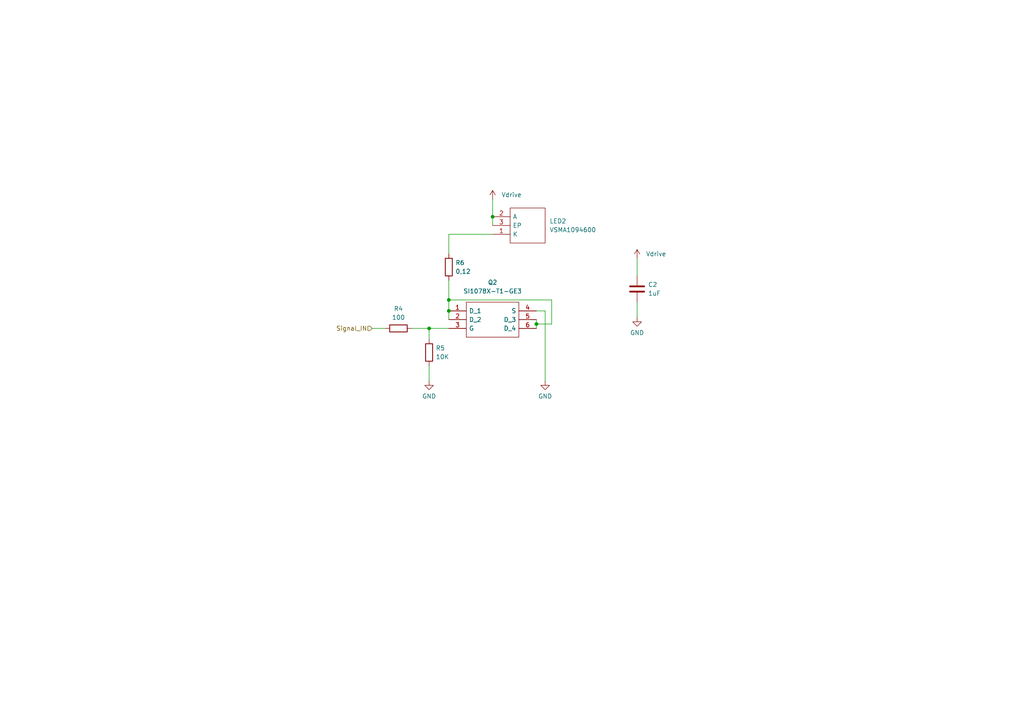
<source format=kicad_sch>
(kicad_sch (version 20211123) (generator eeschema)
  (paper "A4")
  (lib_symbols
    (symbol "Device:C" (pin_numbers hide) (pin_names (offset 0.254))
      (property "Reference" "C" (at 0.635 2.54 0))
      (property "Value" "C" (at 0.635 -2.54 0))
      (symbol "C_0_1"
        (polyline (pts (xy -2.032 -0.762) (xy 2.032 -0.762)) (stroke (width 0.508)))
        (polyline (pts (xy -2.032 0.762) (xy 2.032 0.762)) (stroke (width 0.508)))
      )
      (symbol "C_1_1"
        (pin passive line (at 0 3.81 270) (length 2.794) (name "~") (number "1"))
        (pin passive line (at 0 -3.81 90) (length 2.794) (name "~") (number "2"))
      )
    )
    (symbol "Device:R" (pin_numbers hide) (pin_names (offset 0))
      (property "Reference" "R" (at 2.032 0 90))
      (property "Value" "R" (at 0 0 90))
      (symbol "R_0_1"
        (rectangle (start -1.016 -2.54) (end 1.016 2.54) (stroke (width 0.254)))
      )
      (symbol "R_1_1"
        (pin passive line (at 0 3.81 270) (length 1.27) (name "~") (number "1"))
        (pin passive line (at 0 -3.81 90) (length 1.27) (name "~") (number "2"))
      )
    )
    (symbol "SI1078X-T1-GE3:SI1078X-T1-GE3" (pin_names (offset 0.762))
      (property "Reference" "Q" (at 21.59 7.62 0))
      (property "Value" "SI1078X-T1-GE3" (at 21.59 5.08 0))
      (symbol "SI1078X-T1-GE3_0_0"
        (pin passive line (at 0 0 0) (length 5.08) (name "D_1") (number "1"))
        (pin passive line (at 0 -2.54 0) (length 5.08) (name "D_2") (number "2"))
        (pin passive line (at 0 -5.08 0) (length 5.08) (name "G") (number "3"))
        (pin passive line (at 25.4 0 180) (length 5.08) (name "S") (number "4"))
        (pin passive line (at 25.4 -2.54 180) (length 5.08) (name "D_3") (number "5"))
        (pin passive line (at 25.4 -5.08 180) (length 5.08) (name "D_4") (number "6"))
      )
      (symbol "SI1078X-T1-GE3_0_1"
        (polyline (pts (xy 5.08 2.54) (xy 20.32 2.54) (xy 20.32 -7.62) (xy 5.08 -7.62) (xy 5.08 2.54)) (stroke (width 0.1524)))
      )
    )
    (symbol "VSMA1094600:VSMA1094600" (pin_names (offset 0.762))
      (property "Reference" "LED" (at 16.51 7.62 0))
      (property "Value" "VSMA1094600" (at 16.51 5.08 0))
      (symbol "VSMA1094600_0_0"
        (pin passive line (at 0 -5.08 0) (length 5.08) (name "K") (number "1"))
        (pin passive line (at 0 0 0) (length 5.08) (name "A") (number "2"))
        (pin passive line (at 0 -2.54 0) (length 5.08) (name "EP") (number "3"))
      )
      (symbol "VSMA1094600_0_1"
        (polyline (pts (xy 5.08 2.54) (xy 15.24 2.54) (xy 15.24 -7.62) (xy 5.08 -7.62) (xy 5.08 2.54)) (stroke (width 0.1524)))
      )
    )
    (symbol "power:GND" (power) (pin_names (offset 0))
      (property "Value" "GND" (at 0 -3.81 0))
      (symbol "GND_0_1"
        (polyline (pts (xy 0 0) (xy 0 -1.27) (xy 1.27 -1.27) (xy 0 -2.54) (xy -1.27 -1.27) (xy 0 -1.27)))
      )
      (symbol "GND_1_1"
        (pin power_in line (at 0 0 270) (length 0) hide (name "GND") (number "1"))
      )
    )
    (symbol "power:Vdrive" (power) (pin_names (offset 0))
      (property "Value" "Vdrive" (at 0 3.81 0))
      (symbol "Vdrive_0_1"
        (polyline (pts (xy -0.762 1.27) (xy 0 2.54)))
        (polyline (pts (xy 0 0) (xy 0 2.54)))
        (polyline (pts (xy 0 2.54) (xy 0.762 1.27)))
      )
      (symbol "Vdrive_1_1"
        (pin power_in line (at 0 0 90) (length 0) hide (name "Vdrive") (number "1"))
      )
    )
  )
  (junction (at 130.175 86.995))
  (junction (at 130.175 90.17))
  (junction (at 124.46 95.25))
  (junction (at 142.875 62.865))
  (junction (at 155.575 93.98))
  (wire (pts (xy 184.785 92.075) (xy 184.785 87.63)))
  (wire (pts (xy 130.175 86.995) (xy 130.175 90.17)))
  (wire (pts (xy 142.875 62.865) (xy 142.875 65.405)))
  (wire (pts (xy 155.575 92.71) (xy 155.575 93.98)))
  (wire (pts (xy 124.46 110.49) (xy 124.46 106.045)))
  (wire (pts (xy 119.38 95.25) (xy 124.46 95.25)))
  (wire (pts (xy 142.875 67.945) (xy 130.175 67.945)))
  (wire (pts (xy 130.175 90.17) (xy 130.175 92.71)))
  (wire (pts (xy 155.575 90.17) (xy 158.115 90.17)))
  (wire (pts (xy 184.785 74.93) (xy 184.785 80.01)))
  (wire (pts (xy 160.02 86.995) (xy 130.175 86.995)))
  (wire (pts (xy 124.46 95.25) (xy 130.175 95.25)))
  (wire (pts (xy 130.175 67.945) (xy 130.175 73.66)))
  (wire (pts (xy 124.46 95.25) (xy 124.46 98.425)))
  (wire (pts (xy 130.175 81.28) (xy 130.175 86.995)))
  (wire (pts (xy 158.115 90.17) (xy 158.115 110.49)))
  (wire (pts (xy 155.575 93.98) (xy 160.02 93.98)))
  (wire (pts (xy 142.875 57.785) (xy 142.875 62.865)))
  (wire (pts (xy 155.575 93.98) (xy 155.575 95.25)))
  (wire (pts (xy 107.95 95.25) (xy 111.76 95.25)))
  (wire (pts (xy 160.02 93.98) (xy 160.02 86.995)))
  (hierarchical_label "Signal_IN" (shape input) (at 107.95 95.25 180))
  (symbol (lib_id "power:Vdrive") (at 184.785 74.93 0) (unit 1)
    (property "Reference" "#PWR020" (effects hide))
    (property "Value" "Vdrive" (at 187.325 73.6599 0) (effects (justify left)))
  )
  (symbol (lib_id "Device:R") (at 124.46 102.235 0) (unit 1)
    (property "Reference" "R5" (at 126.365 100.9649 0) (effects (justify left)))
    (property "Value" "10K" (at 126.365 103.5049 0) (effects (justify left)))
    (property "Footprint" "Resistor_SMD:R_0603_1608Metric" (effects hide))
  )
  (symbol (lib_id "power:GND") (at 184.785 92.075 0) (unit 1)
    (property "Reference" "#PWR021" (effects hide))
    (property "Value" "GND" (at 184.785 96.52 0))
  )
  (symbol (lib_id "power:Vdrive") (at 142.875 57.785 0) (unit 1)
    (property "Reference" "#PWR018" (effects hide))
    (property "Value" "Vdrive" (at 145.415 56.5149 0) (effects (justify left)))
  )
  (symbol (lib_id "power:GND") (at 124.46 110.49 0) (unit 1)
    (property "Reference" "#PWR017" (effects hide))
    (property "Value" "GND" (at 124.46 114.935 0))
  )
  (symbol (lib_id "power:GND") (at 158.115 110.49 0) (unit 1)
    (property "Reference" "#PWR019" (effects hide))
    (property "Value" "GND" (at 158.115 114.935 0))
  )
  (symbol (lib_id "Device:R") (at 115.57 95.25 90) (unit 1)
    (property "Reference" "R4" (at 115.57 89.535 90))
    (property "Value" "100" (at 115.57 92.075 90))
    (property "Footprint" "Resistor_SMD:R_0603_1608Metric" (effects hide))
  )
  (symbol (lib_id "Device:C") (at 184.785 83.82 0) (unit 1)
    (property "Reference" "C2" (at 187.96 82.5499 0) (effects (justify left)))
    (property "Value" "1uF" (at 187.96 85.0899 0) (effects (justify left)))
    (property "Footprint" "Capacitor_SMD:C_0603_1608Metric_Pad1.08x0.95mm_HandSolder" (effects hide))
  )
  (symbol (lib_id "Device:R") (at 130.175 77.47 0) (unit 1)
    (property "Reference" "R6" (at 132.08 76.1999 0) (effects (justify left)))
    (property "Value" "0,12" (at 132.08 78.7399 0) (effects (justify left)))
    (property "Footprint" "Resistor_SMD:R_0805_2012Metric" (effects hide))
  )
  (symbol (lib_id "VSMA1094600:VSMA1094600") (at 142.875 62.865 0) (unit 1)
    (property "Reference" "LED2" (at 159.385 64.1349 0) (effects (justify left)))
    (property "Value" "VSMA1094600" (at 159.385 66.6749 0) (effects (justify left)))
    (property "Footprint" "Footprints:VSMA1094600" (effects hide))
    (property "Datasheet" "https://www.vishay.com/docs/80300/vsma1094600.pdf" (effects hide))
    (property "Description" "High Power Infrared Emitting Diode, 940 nm, Surface Emitter Technology" (effects hide))
    (property "Height" "1.795" (effects hide))
    (property "Manufacturer_Name" "Vishay" (effects hide))
    (property "Manufacturer_Part_Number" "VSMA1094600" (effects hide))
  )
  (symbol (lib_id "SI1078X-T1-GE3:SI1078X-T1-GE3") (at 130.175 90.17 0) (unit 1)
    (property "Reference" "Q2" (at 142.875 81.915 0))
    (property "Value" "SI1078X-T1-GE3" (at 142.875 84.455 0))
    (property "Footprint" "Footprints:SOTFL50P160X60-6N" (effects hide))
    (property "Datasheet" "https://www.arrow.com/en/products/si1078x-t1-ge3/vishay" (effects hide))
    (property "Description" "MOSFET 30V Vds 12V Vgs SC89-6" (effects hide))
    (property "Height" "0.6" (effects hide))
    (property "Manufacturer_Name" "Vishay" (effects hide))
    (property "Manufacturer_Part_Number" "SI1078X-T1-GE3" (effects hide))
    (property "Mouser Part Number" "78-SI1078X-T1-GE3" (effects hide))
    (property "Mouser Price/Stock" "https://www.mouser.co.uk/ProductDetail/Vishay-Semiconductors/SI1078X-T1-GE3/?qs=EBLjwc9jJJulNr1%252B%2FwN60A%3D%3D" (effects hide))
    (property "Arrow Part Number" "SI1078X-T1-GE3" (effects hide))
    (property "Arrow Price/Stock" "https://www.arrow.com/en/products/si1078x-t1-ge3/vishay" (effects hide))
  )
)
</source>
